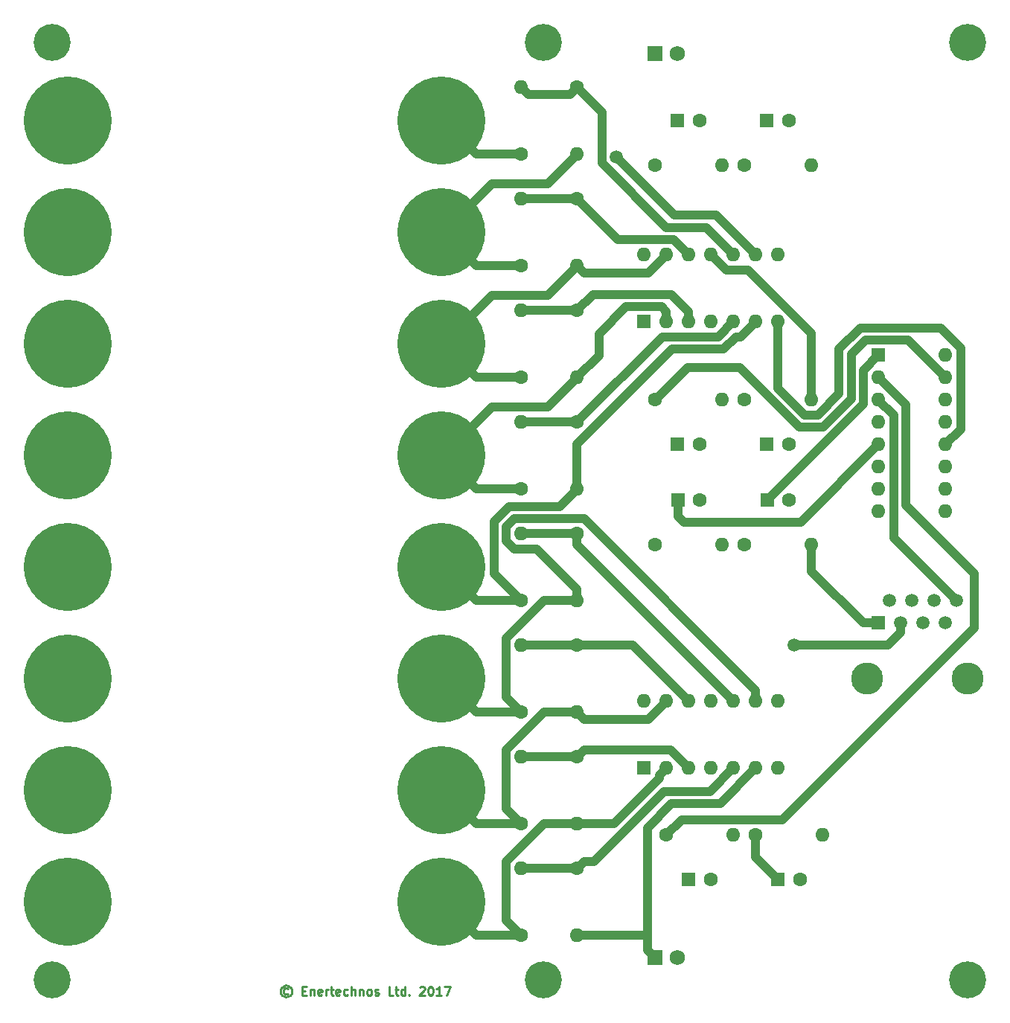
<source format=gbr>
G04 #@! TF.FileFunction,Copper,L1,Top,Signal*
%FSLAX46Y46*%
G04 Gerber Fmt 4.6, Leading zero omitted, Abs format (unit mm)*
G04 Created by KiCad (PCBNEW 4.0.7) date 01/04/18 14:51:34*
%MOMM*%
%LPD*%
G01*
G04 APERTURE LIST*
%ADD10C,0.100000*%
%ADD11C,0.250000*%
%ADD12C,4.200000*%
%ADD13C,3.650000*%
%ADD14R,1.500000X1.500000*%
%ADD15C,1.500000*%
%ADD16R,1.600000X1.600000*%
%ADD17O,1.600000X1.600000*%
%ADD18C,1.600000*%
%ADD19R,1.750000X1.750000*%
%ADD20C,1.750000*%
%ADD21C,10.000000*%
%ADD22C,1.000000*%
G04 APERTURE END LIST*
D10*
D11*
X31854284Y2849524D02*
X31759046Y2897143D01*
X31568570Y2897143D01*
X31473332Y2849524D01*
X31378094Y2754286D01*
X31330475Y2659048D01*
X31330475Y2468571D01*
X31378094Y2373333D01*
X31473332Y2278095D01*
X31568570Y2230476D01*
X31759046Y2230476D01*
X31854284Y2278095D01*
X31663808Y3230476D02*
X31425713Y3182857D01*
X31187617Y3040000D01*
X31044760Y2801905D01*
X30997141Y2563810D01*
X31044760Y2325714D01*
X31187617Y2087619D01*
X31425713Y1944762D01*
X31663808Y1897143D01*
X31901903Y1944762D01*
X32139998Y2087619D01*
X32282855Y2325714D01*
X32330475Y2563810D01*
X32282855Y2801905D01*
X32139998Y3040000D01*
X31901903Y3182857D01*
X31663808Y3230476D01*
X33520951Y2611429D02*
X33854285Y2611429D01*
X33997142Y2087619D02*
X33520951Y2087619D01*
X33520951Y3087619D01*
X33997142Y3087619D01*
X34425713Y2754286D02*
X34425713Y2087619D01*
X34425713Y2659048D02*
X34473332Y2706667D01*
X34568570Y2754286D01*
X34711428Y2754286D01*
X34806666Y2706667D01*
X34854285Y2611429D01*
X34854285Y2087619D01*
X35711428Y2135238D02*
X35616190Y2087619D01*
X35425713Y2087619D01*
X35330475Y2135238D01*
X35282856Y2230476D01*
X35282856Y2611429D01*
X35330475Y2706667D01*
X35425713Y2754286D01*
X35616190Y2754286D01*
X35711428Y2706667D01*
X35759047Y2611429D01*
X35759047Y2516190D01*
X35282856Y2420952D01*
X36187618Y2087619D02*
X36187618Y2754286D01*
X36187618Y2563810D02*
X36235237Y2659048D01*
X36282856Y2706667D01*
X36378094Y2754286D01*
X36473333Y2754286D01*
X36663809Y2754286D02*
X37044761Y2754286D01*
X36806666Y3087619D02*
X36806666Y2230476D01*
X36854285Y2135238D01*
X36949523Y2087619D01*
X37044761Y2087619D01*
X37759048Y2135238D02*
X37663810Y2087619D01*
X37473333Y2087619D01*
X37378095Y2135238D01*
X37330476Y2230476D01*
X37330476Y2611429D01*
X37378095Y2706667D01*
X37473333Y2754286D01*
X37663810Y2754286D01*
X37759048Y2706667D01*
X37806667Y2611429D01*
X37806667Y2516190D01*
X37330476Y2420952D01*
X38663810Y2135238D02*
X38568572Y2087619D01*
X38378095Y2087619D01*
X38282857Y2135238D01*
X38235238Y2182857D01*
X38187619Y2278095D01*
X38187619Y2563810D01*
X38235238Y2659048D01*
X38282857Y2706667D01*
X38378095Y2754286D01*
X38568572Y2754286D01*
X38663810Y2706667D01*
X39092381Y2087619D02*
X39092381Y3087619D01*
X39520953Y2087619D02*
X39520953Y2611429D01*
X39473334Y2706667D01*
X39378096Y2754286D01*
X39235238Y2754286D01*
X39140000Y2706667D01*
X39092381Y2659048D01*
X39997143Y2754286D02*
X39997143Y2087619D01*
X39997143Y2659048D02*
X40044762Y2706667D01*
X40140000Y2754286D01*
X40282858Y2754286D01*
X40378096Y2706667D01*
X40425715Y2611429D01*
X40425715Y2087619D01*
X41044762Y2087619D02*
X40949524Y2135238D01*
X40901905Y2182857D01*
X40854286Y2278095D01*
X40854286Y2563810D01*
X40901905Y2659048D01*
X40949524Y2706667D01*
X41044762Y2754286D01*
X41187620Y2754286D01*
X41282858Y2706667D01*
X41330477Y2659048D01*
X41378096Y2563810D01*
X41378096Y2278095D01*
X41330477Y2182857D01*
X41282858Y2135238D01*
X41187620Y2087619D01*
X41044762Y2087619D01*
X41759048Y2135238D02*
X41854286Y2087619D01*
X42044762Y2087619D01*
X42140001Y2135238D01*
X42187620Y2230476D01*
X42187620Y2278095D01*
X42140001Y2373333D01*
X42044762Y2420952D01*
X41901905Y2420952D01*
X41806667Y2468571D01*
X41759048Y2563810D01*
X41759048Y2611429D01*
X41806667Y2706667D01*
X41901905Y2754286D01*
X42044762Y2754286D01*
X42140001Y2706667D01*
X43854287Y2087619D02*
X43378096Y2087619D01*
X43378096Y3087619D01*
X44044763Y2754286D02*
X44425715Y2754286D01*
X44187620Y3087619D02*
X44187620Y2230476D01*
X44235239Y2135238D01*
X44330477Y2087619D01*
X44425715Y2087619D01*
X45187621Y2087619D02*
X45187621Y3087619D01*
X45187621Y2135238D02*
X45092383Y2087619D01*
X44901906Y2087619D01*
X44806668Y2135238D01*
X44759049Y2182857D01*
X44711430Y2278095D01*
X44711430Y2563810D01*
X44759049Y2659048D01*
X44806668Y2706667D01*
X44901906Y2754286D01*
X45092383Y2754286D01*
X45187621Y2706667D01*
X45663811Y2182857D02*
X45711430Y2135238D01*
X45663811Y2087619D01*
X45616192Y2135238D01*
X45663811Y2182857D01*
X45663811Y2087619D01*
X46854287Y2992381D02*
X46901906Y3040000D01*
X46997144Y3087619D01*
X47235240Y3087619D01*
X47330478Y3040000D01*
X47378097Y2992381D01*
X47425716Y2897143D01*
X47425716Y2801905D01*
X47378097Y2659048D01*
X46806668Y2087619D01*
X47425716Y2087619D01*
X48044763Y3087619D02*
X48140002Y3087619D01*
X48235240Y3040000D01*
X48282859Y2992381D01*
X48330478Y2897143D01*
X48378097Y2706667D01*
X48378097Y2468571D01*
X48330478Y2278095D01*
X48282859Y2182857D01*
X48235240Y2135238D01*
X48140002Y2087619D01*
X48044763Y2087619D01*
X47949525Y2135238D01*
X47901906Y2182857D01*
X47854287Y2278095D01*
X47806668Y2468571D01*
X47806668Y2706667D01*
X47854287Y2897143D01*
X47901906Y2992381D01*
X47949525Y3040000D01*
X48044763Y3087619D01*
X49330478Y2087619D02*
X48759049Y2087619D01*
X49044763Y2087619D02*
X49044763Y3087619D01*
X48949525Y2944762D01*
X48854287Y2849524D01*
X48759049Y2801905D01*
X49663811Y3087619D02*
X50330478Y3087619D01*
X49901906Y2087619D01*
D12*
X60960000Y3810000D03*
X60960000Y110490000D03*
X5080000Y110490000D03*
X109220000Y110490000D03*
X109220000Y3810000D03*
D13*
X109220000Y38100000D03*
X97790000Y38100000D03*
D14*
X99060000Y44450000D03*
D15*
X100330000Y46990000D03*
X101600000Y44450000D03*
X102870000Y46990000D03*
X104140000Y44450000D03*
X105410000Y46990000D03*
X106680000Y44450000D03*
X107950000Y46990000D03*
D16*
X72390000Y27940000D03*
D17*
X87630000Y35560000D03*
X74930000Y27940000D03*
X85090000Y35560000D03*
X77470000Y27940000D03*
X82550000Y35560000D03*
X80010000Y27940000D03*
X80010000Y35560000D03*
X82550000Y27940000D03*
X77470000Y35560000D03*
X85090000Y27940000D03*
X74930000Y35560000D03*
X87630000Y27940000D03*
X72390000Y35560000D03*
D18*
X58420000Y59690000D03*
D17*
X58420000Y67310000D03*
D18*
X64770000Y67310000D03*
D17*
X64770000Y59690000D03*
D18*
X58420000Y72390000D03*
D17*
X58420000Y80010000D03*
D18*
X64770000Y80010000D03*
D17*
X64770000Y72390000D03*
D18*
X58420000Y85090000D03*
D17*
X58420000Y92710000D03*
D18*
X64770000Y92710000D03*
D17*
X64770000Y85090000D03*
D18*
X58420000Y97790000D03*
D17*
X58420000Y105410000D03*
D18*
X64770000Y105410000D03*
D17*
X64770000Y97790000D03*
D18*
X58420000Y8890000D03*
D17*
X58420000Y16510000D03*
D18*
X64770000Y16510000D03*
D17*
X64770000Y8890000D03*
D18*
X58420000Y21590000D03*
D17*
X58420000Y29210000D03*
D18*
X64770000Y29210000D03*
D17*
X64770000Y21590000D03*
D18*
X58420000Y34290000D03*
D17*
X58420000Y41910000D03*
D18*
X64770000Y41910000D03*
D17*
X64770000Y34290000D03*
D18*
X58420000Y46990000D03*
D17*
X58420000Y54610000D03*
D18*
X64770000Y54610000D03*
D17*
X64770000Y46990000D03*
D16*
X72390000Y78740000D03*
D17*
X87630000Y86360000D03*
X74930000Y78740000D03*
X85090000Y86360000D03*
X77470000Y78740000D03*
X82550000Y86360000D03*
X80010000Y78740000D03*
X80010000Y86360000D03*
X82550000Y78740000D03*
X77470000Y86360000D03*
X85090000Y78740000D03*
X74930000Y86360000D03*
X87630000Y78740000D03*
X72390000Y86360000D03*
D12*
X5080000Y3810000D03*
D16*
X86360000Y64770000D03*
D18*
X88860000Y64770000D03*
D16*
X76200000Y64770000D03*
D18*
X78700000Y64770000D03*
D16*
X76200000Y101600000D03*
D18*
X78700000Y101600000D03*
D16*
X86360000Y101600000D03*
D18*
X88860000Y101600000D03*
D16*
X87630000Y15240000D03*
D18*
X90130000Y15240000D03*
D16*
X77470000Y15240000D03*
D18*
X79970000Y15240000D03*
D16*
X76240000Y58420000D03*
D18*
X78740000Y58420000D03*
D16*
X86400000Y58420000D03*
D18*
X88900000Y58420000D03*
D19*
X73660000Y109220000D03*
D20*
X76160000Y109220000D03*
D18*
X83820000Y69850000D03*
D17*
X91440000Y69850000D03*
D18*
X73660000Y69850000D03*
D17*
X81280000Y69850000D03*
D18*
X73660000Y96520000D03*
D17*
X81280000Y96520000D03*
D18*
X83820000Y96520000D03*
D17*
X91440000Y96520000D03*
D18*
X85090000Y20320000D03*
D17*
X92710000Y20320000D03*
D18*
X74930000Y20320000D03*
D17*
X82550000Y20320000D03*
D18*
X73660000Y53340000D03*
D17*
X81280000Y53340000D03*
D18*
X83820000Y53340000D03*
D17*
X91440000Y53340000D03*
D19*
X73660000Y6350000D03*
D20*
X76160000Y6350000D03*
D21*
X49350000Y101600000D03*
X6850000Y101600000D03*
X49350000Y88900000D03*
X6850000Y88900000D03*
X49350000Y76200000D03*
X6850000Y76200000D03*
X49350000Y63500000D03*
X6850000Y63500000D03*
X49350000Y50800000D03*
X6850000Y50800000D03*
X49350000Y38100000D03*
X6850000Y38100000D03*
X49350000Y25400000D03*
X6850000Y25400000D03*
X49350000Y12700000D03*
X6850000Y12700000D03*
D16*
X99060000Y74930000D03*
D17*
X106680000Y57150000D03*
X99060000Y72390000D03*
X106680000Y59690000D03*
X99060000Y69850000D03*
X106680000Y62230000D03*
X99060000Y67310000D03*
X106680000Y64770000D03*
X99060000Y64770000D03*
X106680000Y67310000D03*
X99060000Y62230000D03*
X106680000Y69850000D03*
X99060000Y59690000D03*
X106680000Y72390000D03*
X99060000Y57150000D03*
X106680000Y74930000D03*
D15*
X69228556Y97485043D03*
X89458373Y41910000D03*
D22*
X49350000Y101600000D02*
X49530000Y101600000D01*
X49530000Y101600000D02*
X53340000Y97790000D01*
X58420000Y97790000D02*
X53340000Y97790000D01*
X49350000Y88900000D02*
X49530000Y88900000D01*
X49530000Y88900000D02*
X53340000Y85090000D01*
X75853577Y90860022D02*
X69978555Y96735044D01*
X69978555Y96735044D02*
X69228556Y97485043D01*
X80589978Y90860022D02*
X75853577Y90860022D01*
X85090000Y86360000D02*
X80589978Y90860022D01*
X58420000Y85090000D02*
X53340000Y85090000D01*
X61390001Y94410001D02*
X63970001Y96990001D01*
X49530000Y88900000D02*
X55040001Y94410001D01*
X63970001Y96990001D02*
X64770000Y97790000D01*
X55040001Y94410001D02*
X61390001Y94410001D01*
X49350000Y76200000D02*
X49530000Y76200000D01*
X49530000Y76200000D02*
X53340000Y72390000D01*
X64770000Y85090000D02*
X65569999Y84290001D01*
X65569999Y84290001D02*
X72860001Y84290001D01*
X72860001Y84290001D02*
X74130001Y85560001D01*
X74130001Y85560001D02*
X74930000Y86360000D01*
X49530000Y76200000D02*
X55040001Y81710001D01*
X55040001Y81710001D02*
X61390001Y81710001D01*
X61390001Y81710001D02*
X63970001Y84290001D01*
X63970001Y84290001D02*
X64770000Y85090000D01*
X58420000Y72390000D02*
X53340000Y72390000D01*
X91440000Y77446002D02*
X91440000Y69850000D01*
X80010000Y86360000D02*
X81710001Y84659999D01*
X84226003Y84659999D02*
X91440000Y77446002D01*
X81710001Y84659999D02*
X84226003Y84659999D01*
X99060000Y44450000D02*
X97310000Y44450000D01*
X97310000Y44450000D02*
X91440000Y50320000D01*
X91440000Y50320000D02*
X91440000Y52208630D01*
X91440000Y52208630D02*
X91440000Y53340000D01*
X49350000Y50800000D02*
X49530000Y50800000D01*
X49530000Y50800000D02*
X53340000Y46990000D01*
X82805914Y77039999D02*
X83366001Y77039999D01*
X84266003Y77940001D02*
X84290001Y77940001D01*
X81405904Y75639989D02*
X82805914Y77039999D01*
X75566630Y75639989D02*
X81405904Y75639989D01*
X64770000Y64843359D02*
X75566630Y75639989D01*
X64770000Y59690000D02*
X64770000Y64843359D01*
X84290001Y77940001D02*
X85090000Y78740000D01*
X83366001Y77039999D02*
X84266003Y77940001D01*
X63970001Y58890001D02*
X64770000Y59690000D01*
X62790012Y57710012D02*
X63970001Y58890001D01*
X57024096Y57710012D02*
X62790012Y57710012D01*
X55319989Y50090011D02*
X55319989Y56005905D01*
X55319989Y56005905D02*
X57024096Y57710012D01*
X58420000Y46990000D02*
X55319989Y50090011D01*
X58420000Y46990000D02*
X53340000Y46990000D01*
X49350000Y38100000D02*
X49530000Y38100000D01*
X49530000Y38100000D02*
X53340000Y34290000D01*
X64770000Y46990000D02*
X64770000Y48260000D01*
X64770000Y48260000D02*
X60120001Y52909999D01*
X64770000Y46990000D02*
X60983998Y46990000D01*
X65586001Y56310001D02*
X85090000Y36806002D01*
X57603999Y52909999D02*
X56719999Y53793999D01*
X56719999Y55426001D02*
X57603999Y56310001D01*
X60120001Y52909999D02*
X57603999Y52909999D01*
X56719999Y53793999D02*
X56719999Y55426001D01*
X57603999Y56310001D02*
X65586001Y56310001D01*
X85090000Y36806002D02*
X85090000Y36691370D01*
X85090000Y36691370D02*
X85090000Y35560000D01*
X58420000Y34290000D02*
X56719999Y35990001D01*
X56719999Y35990001D02*
X56719999Y42726001D01*
X56719999Y42726001D02*
X60983998Y46990000D01*
X58420000Y34290000D02*
X53340000Y34290000D01*
X49350000Y25400000D02*
X49530000Y25400000D01*
X49530000Y25400000D02*
X53340000Y21590000D01*
X64770000Y34290000D02*
X65569999Y33490001D01*
X65569999Y33490001D02*
X72860001Y33490001D01*
X72860001Y33490001D02*
X74130001Y34760001D01*
X74130001Y34760001D02*
X74930000Y35560000D01*
X58420000Y21590000D02*
X56719999Y23290001D01*
X56719999Y23290001D02*
X56719999Y30026001D01*
X56719999Y30026001D02*
X60983998Y34290000D01*
X60983998Y34290000D02*
X63638630Y34290000D01*
X63638630Y34290000D02*
X64770000Y34290000D01*
X58420000Y21590000D02*
X53340000Y21590000D01*
X49350000Y12700000D02*
X49530000Y12700000D01*
X49530000Y12700000D02*
X53340000Y8890000D01*
X68951854Y21590000D02*
X74130001Y26768147D01*
X64770000Y21590000D02*
X68951854Y21590000D01*
X74130001Y27140001D02*
X74930000Y27940000D01*
X74130001Y26768147D02*
X74130001Y27140001D01*
X58420000Y8890000D02*
X56719999Y10590001D01*
X56719999Y10590001D02*
X56719999Y17326001D01*
X60983998Y21590000D02*
X63638630Y21590000D01*
X56719999Y17326001D02*
X60983998Y21590000D01*
X63638630Y21590000D02*
X64770000Y21590000D01*
X58420000Y8890000D02*
X53340000Y8890000D01*
X49350000Y63500000D02*
X49530000Y63500000D01*
X49530000Y63500000D02*
X53340000Y59690000D01*
X74930000Y78740000D02*
X74930000Y79871370D01*
X74930000Y79871370D02*
X74361369Y80440001D01*
X74361369Y80440001D02*
X70316480Y80440001D01*
X70316480Y80440001D02*
X67238488Y77362009D01*
X67238488Y77362009D02*
X67238488Y74858488D01*
X67238488Y74858488D02*
X64770000Y72390000D01*
X49530000Y63500000D02*
X55040001Y69010001D01*
X61390001Y69010001D02*
X63970001Y71590001D01*
X55040001Y69010001D02*
X61390001Y69010001D01*
X63970001Y71590001D02*
X64770000Y72390000D01*
X58420000Y59690000D02*
X53340000Y59690000D01*
X64770000Y67310000D02*
X64770000Y67314387D01*
X64770000Y67314387D02*
X74495612Y77039999D01*
X74495612Y77039999D02*
X80826001Y77039999D01*
X80826001Y77039999D02*
X82526002Y78740000D01*
X82526002Y78740000D02*
X82550000Y78740000D01*
X58420000Y67310000D02*
X64770000Y67310000D01*
X75501359Y81840011D02*
X77470000Y79871370D01*
X64770000Y80010000D02*
X66600011Y81840011D01*
X77470000Y79871370D02*
X77470000Y78740000D01*
X66600011Y81840011D02*
X75501359Y81840011D01*
X58420000Y80010000D02*
X64770000Y80010000D01*
X76646003Y87159999D02*
X76670001Y87159999D01*
X69419999Y88060001D02*
X75746001Y88060001D01*
X64770000Y92710000D02*
X69419999Y88060001D01*
X75746001Y88060001D02*
X76646003Y87159999D01*
X76670001Y87159999D02*
X77470000Y86360000D01*
X58420000Y92710000D02*
X64770000Y92710000D01*
X79449989Y89460011D02*
X81750001Y87159999D01*
X74908937Y89460012D02*
X79449989Y89460011D01*
X67578554Y96790395D02*
X74908937Y89460012D01*
X67578554Y102601446D02*
X67578554Y96790395D01*
X64770000Y105410000D02*
X67578554Y102601446D01*
X81750001Y87159999D02*
X82550000Y86360000D01*
X59219999Y104610001D02*
X63970001Y104610001D01*
X58420000Y105410000D02*
X59219999Y104610001D01*
X63970001Y104610001D02*
X64770000Y105410000D01*
X82550000Y27940000D02*
X79891611Y25281611D01*
X79891611Y25281611D02*
X74623379Y25281611D01*
X74623379Y25281611D02*
X66651767Y17309999D01*
X66651767Y17309999D02*
X65569999Y17309999D01*
X65569999Y17309999D02*
X64770000Y16510000D01*
X58420000Y16510000D02*
X64770000Y16510000D01*
X64770000Y29210000D02*
X65569999Y30009999D01*
X65569999Y30009999D02*
X75400001Y30009999D01*
X75400001Y30009999D02*
X76670001Y28739999D01*
X76670001Y28739999D02*
X77470000Y27940000D01*
X58420000Y29210000D02*
X64770000Y29210000D01*
X64770000Y41910000D02*
X71120000Y41910000D01*
X71120000Y41910000D02*
X77470000Y35560000D01*
X58420000Y41910000D02*
X64770000Y41910000D01*
X82550000Y35560000D02*
X64770000Y53340000D01*
X64770000Y53340000D02*
X64770000Y54610000D01*
X58420000Y54610000D02*
X64770000Y54610000D01*
X72775862Y7234138D02*
X72775862Y8890000D01*
X72775862Y8890000D02*
X72775862Y21135680D01*
X64770000Y8890000D02*
X72775862Y8890000D01*
X73660000Y6350000D02*
X72775862Y7234138D01*
X75521782Y23881600D02*
X81031600Y23881600D01*
X72775862Y21135680D02*
X75521782Y23881600D01*
X81031600Y23881600D02*
X85090000Y27940000D01*
X100760001Y68126001D02*
X99060000Y69826002D01*
X100760001Y54179999D02*
X100760001Y68126001D01*
X107950000Y46990000D02*
X100760001Y54179999D01*
X99060000Y69826002D02*
X99060000Y69850000D01*
X99060000Y74930000D02*
X97359999Y73229999D01*
X97359999Y73229999D02*
X97359999Y69379999D01*
X97359999Y69379999D02*
X86400000Y58420000D01*
X74930000Y20320000D02*
X76630001Y22020001D01*
X76630001Y22020001D02*
X88060001Y22020001D01*
X109912016Y43872016D02*
X109912016Y50098200D01*
X109912016Y50098200D02*
X102160010Y57850206D01*
X88060001Y22020001D02*
X109912016Y43872016D01*
X102160010Y57850206D02*
X102160010Y69289990D01*
X102160010Y69289990D02*
X99859999Y71590001D01*
X99859999Y71590001D02*
X99060000Y72390000D01*
X85090000Y20320000D02*
X85090000Y17780000D01*
X85090000Y17780000D02*
X87630000Y15240000D01*
X106095988Y78030013D02*
X96960095Y78030011D01*
X94559978Y75629894D02*
X94559978Y70539804D01*
X94559978Y70539804D02*
X92170173Y68149999D01*
X106680000Y64770000D02*
X108380001Y66470001D01*
X108380001Y66470001D02*
X108380001Y75746001D01*
X108380001Y75746001D02*
X106095988Y78030013D01*
X96960095Y78030011D02*
X94559978Y75629894D01*
X92170173Y68149999D02*
X90623999Y68149999D01*
X90623999Y68149999D02*
X87630000Y71143998D01*
X87630000Y71143998D02*
X87630000Y77608630D01*
X87630000Y77608630D02*
X87630000Y78740000D01*
X81280000Y55959672D02*
X80500328Y55959672D01*
X90249672Y55959672D02*
X81280000Y55959672D01*
X81280000Y55959672D02*
X76900328Y55959672D01*
X76900328Y55959672D02*
X76240000Y56620000D01*
X76240000Y56620000D02*
X76240000Y58420000D01*
X99060000Y64770000D02*
X90249672Y55959672D01*
X74459999Y70649999D02*
X73660000Y69850000D01*
X77339989Y73529989D02*
X74459999Y70649999D01*
X83264095Y73529989D02*
X77339989Y73529989D01*
X90044095Y66749989D02*
X83264095Y73529989D01*
X95959988Y69959900D02*
X92750076Y66749988D01*
X92750076Y66749988D02*
X90044095Y66749989D01*
X95959989Y75049991D02*
X95959988Y69959900D01*
X97539999Y76630001D02*
X95959989Y75049991D01*
X102439999Y76630001D02*
X97539999Y76630001D01*
X106680000Y72390000D02*
X102439999Y76630001D01*
X101600000Y44450000D02*
X101600000Y43389340D01*
X101600000Y43389340D02*
X100120660Y41910000D01*
X100120660Y41910000D02*
X89458373Y41910000D01*
M02*

</source>
